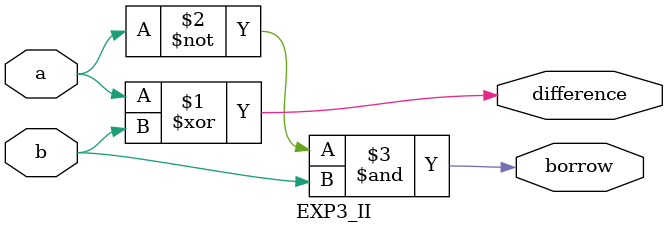
<source format=v>
module EXP3_II(a,b,difference,borrow); 
input a,b; 
output difference,borrow; 
assign difference= (a ^ b); 
assign borrow= ( ~a & b); 
endmodule
</source>
